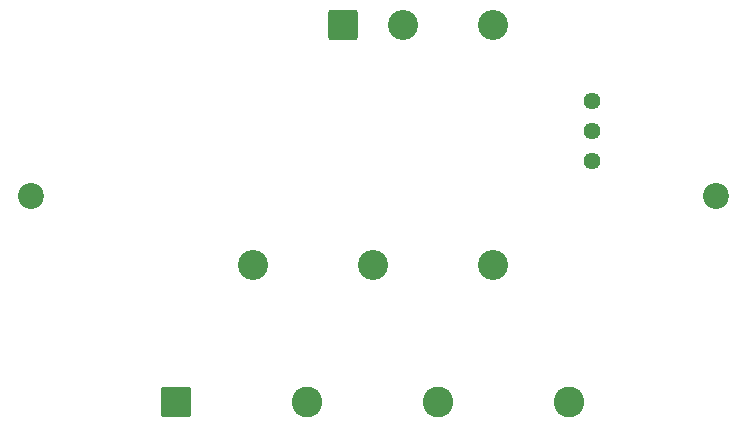
<source format=gbr>
%TF.GenerationSoftware,KiCad,Pcbnew,9.0.1*%
%TF.CreationDate,2025-03-30T19:31:05-07:00*%
%TF.ProjectId,12 to 5 with Trimmer,31322074-6f20-4352-9077-697468205472,rev?*%
%TF.SameCoordinates,Original*%
%TF.FileFunction,Soldermask,Top*%
%TF.FilePolarity,Negative*%
%FSLAX46Y46*%
G04 Gerber Fmt 4.6, Leading zero omitted, Abs format (unit mm)*
G04 Created by KiCad (PCBNEW 9.0.1) date 2025-03-30 19:31:05*
%MOMM*%
%LPD*%
G01*
G04 APERTURE LIST*
G04 Aperture macros list*
%AMRoundRect*
0 Rectangle with rounded corners*
0 $1 Rounding radius*
0 $2 $3 $4 $5 $6 $7 $8 $9 X,Y pos of 4 corners*
0 Add a 4 corners polygon primitive as box body*
4,1,4,$2,$3,$4,$5,$6,$7,$8,$9,$2,$3,0*
0 Add four circle primitives for the rounded corners*
1,1,$1+$1,$2,$3*
1,1,$1+$1,$4,$5*
1,1,$1+$1,$6,$7*
1,1,$1+$1,$8,$9*
0 Add four rect primitives between the rounded corners*
20,1,$1+$1,$2,$3,$4,$5,0*
20,1,$1+$1,$4,$5,$6,$7,0*
20,1,$1+$1,$6,$7,$8,$9,0*
20,1,$1+$1,$8,$9,$2,$3,0*%
G04 Aperture macros list end*
%ADD10C,2.200000*%
%ADD11RoundRect,0.250000X-1.050000X-1.050000X1.050000X-1.050000X1.050000X1.050000X-1.050000X1.050000X0*%
%ADD12C,2.600000*%
%ADD13RoundRect,0.249999X1.025001X1.025001X-1.025001X1.025001X-1.025001X-1.025001X1.025001X-1.025001X0*%
%ADD14C,2.550000*%
%ADD15C,1.440000*%
G04 APERTURE END LIST*
D10*
%TO.C,REF\u002A\u002A*%
X165000000Y-69000000D03*
%TD*%
%TO.C,REF\u002A\u002A*%
X107000000Y-69000000D03*
%TD*%
D11*
%TO.C,J1*%
X119300000Y-86500000D03*
D12*
X130400000Y-86500000D03*
X141500000Y-86500000D03*
X152600000Y-86500000D03*
%TD*%
D13*
%TO.C,U1*%
X133430000Y-54515000D03*
D14*
X138520000Y-54515000D03*
X125820000Y-74825000D03*
X135980000Y-74825000D03*
X146140000Y-74825000D03*
X146140000Y-54515000D03*
%TD*%
D15*
%TO.C,RV1*%
X154495000Y-60960000D03*
X154495000Y-63500000D03*
X154495000Y-66040000D03*
%TD*%
M02*

</source>
